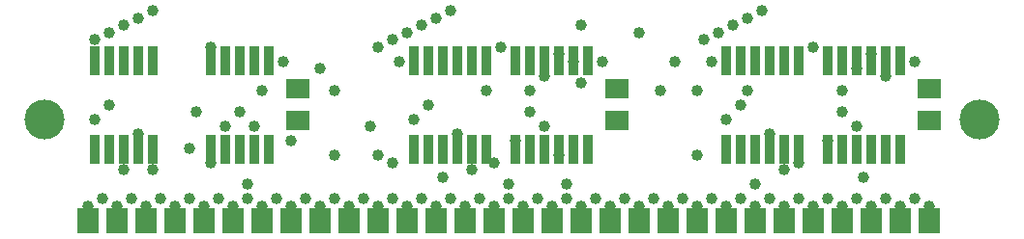
<source format=gbr>
G04 EAGLE Gerber RS-274X export*
G75*
%MOMM*%
%FSLAX34Y34*%
%LPD*%
%INSoldermask Bottom*%
%IPPOS*%
%AMOC8*
5,1,8,0,0,1.08239X$1,22.5*%
G01*
%ADD10R,1.981200X2.235200*%
%ADD11C,3.505200*%
%ADD12R,0.838200X2.616200*%
%ADD13R,2.003200X1.803200*%
%ADD14C,1.009600*%


D10*
X812800Y12700D03*
X787400Y12700D03*
X762000Y12700D03*
X736600Y12700D03*
X711200Y12700D03*
X685800Y12700D03*
X660400Y12700D03*
X635000Y12700D03*
X609600Y12700D03*
X584200Y12700D03*
X558800Y12700D03*
X533400Y12700D03*
X508000Y12700D03*
X482600Y12700D03*
X457200Y12700D03*
X431800Y12700D03*
X406400Y12700D03*
X381000Y12700D03*
X355600Y12700D03*
X330200Y12700D03*
X304800Y12700D03*
X279400Y12700D03*
X254000Y12700D03*
X228600Y12700D03*
X203200Y12700D03*
X177800Y12700D03*
X152400Y12700D03*
X127000Y12700D03*
X101600Y12700D03*
X76200Y12700D03*
D11*
X38100Y101600D03*
X857250Y101600D03*
D12*
X787400Y153162D03*
X774700Y153162D03*
X762000Y153162D03*
X749300Y153162D03*
X736600Y153162D03*
X647700Y153162D03*
X660400Y153162D03*
X673100Y153162D03*
X685800Y153162D03*
X647700Y75438D03*
X660400Y75438D03*
X673100Y75438D03*
X685800Y75438D03*
X736600Y75438D03*
X749300Y75438D03*
X762000Y75438D03*
X774700Y75438D03*
X787400Y75438D03*
X635000Y153162D03*
X635000Y75438D03*
X723900Y153162D03*
X723900Y75438D03*
X698500Y153162D03*
X698500Y75438D03*
X234950Y153162D03*
X222250Y153162D03*
X209550Y153162D03*
X196850Y153162D03*
X184150Y153162D03*
X95250Y153162D03*
X107950Y153162D03*
X120650Y153162D03*
X133350Y153162D03*
X95250Y75438D03*
X107950Y75438D03*
X120650Y75438D03*
X133350Y75438D03*
X184150Y75438D03*
X196850Y75438D03*
X209550Y75438D03*
X222250Y75438D03*
X234950Y75438D03*
X82550Y153162D03*
X82550Y75438D03*
X514350Y153162D03*
X501650Y153162D03*
X488950Y153162D03*
X476250Y153162D03*
X463550Y153162D03*
X374650Y153162D03*
X387350Y153162D03*
X400050Y153162D03*
X412750Y153162D03*
X374650Y75438D03*
X387350Y75438D03*
X400050Y75438D03*
X412750Y75438D03*
X463550Y75438D03*
X476250Y75438D03*
X488950Y75438D03*
X501650Y75438D03*
X514350Y75438D03*
X361950Y153162D03*
X361950Y75438D03*
X450850Y153162D03*
X450850Y75438D03*
X425450Y153162D03*
X425450Y75438D03*
D13*
X260350Y100300D03*
X260350Y128300D03*
X539750Y100300D03*
X539750Y128300D03*
X812800Y100300D03*
X812800Y128300D03*
D14*
X609600Y25400D03*
X279400Y25400D03*
X736600Y127000D03*
X539750Y127000D03*
X260350Y127000D03*
X609600Y127000D03*
X463550Y127000D03*
X812800Y127000D03*
X190500Y31750D03*
X469900Y31750D03*
X571500Y31750D03*
X596900Y31750D03*
X673100Y31750D03*
X774700Y31750D03*
X800100Y31750D03*
X139700Y31750D03*
X165100Y31750D03*
X495300Y31750D03*
X425450Y127000D03*
X527050Y152400D03*
X622300Y152400D03*
X723900Y31750D03*
X647700Y31750D03*
X88900Y31750D03*
X215900Y31750D03*
X241300Y31750D03*
X317500Y31750D03*
X342900Y31750D03*
X368300Y31750D03*
X393700Y31750D03*
X546100Y31750D03*
X654050Y127000D03*
X749300Y31750D03*
X622300Y31750D03*
X444500Y31750D03*
X419100Y31750D03*
X520700Y31750D03*
X266700Y31750D03*
X292100Y31750D03*
X698500Y31750D03*
X114300Y31750D03*
X349250Y152400D03*
X247650Y152400D03*
X165100Y76200D03*
X196850Y95250D03*
X800100Y152400D03*
X292100Y127000D03*
X577850Y127000D03*
X292100Y69850D03*
X609600Y69850D03*
X812800Y25400D03*
X76200Y25400D03*
X82550Y101600D03*
X260350Y101600D03*
X635000Y101600D03*
X539750Y101600D03*
X812800Y101600D03*
X361950Y101600D03*
X787400Y25400D03*
X749300Y146050D03*
X476250Y139700D03*
X762000Y25400D03*
X736600Y25400D03*
X685800Y57150D03*
X412750Y57150D03*
X133350Y57150D03*
X711200Y25400D03*
X673100Y88900D03*
X400050Y88900D03*
X120650Y88900D03*
X685800Y25400D03*
X755650Y50800D03*
X660400Y25400D03*
X660400Y44450D03*
X387350Y50800D03*
X107950Y57150D03*
X635000Y25400D03*
X95250Y114300D03*
X374650Y114300D03*
X647700Y114300D03*
X584200Y25400D03*
X762000Y158750D03*
X590550Y152400D03*
X558800Y25400D03*
X82550Y171450D03*
X342900Y171450D03*
X615950Y171450D03*
X533400Y25400D03*
X95250Y177800D03*
X355600Y177800D03*
X628650Y177800D03*
X558800Y177800D03*
X508000Y25400D03*
X774700Y139700D03*
X508000Y133350D03*
X482600Y25400D03*
X107950Y184150D03*
X368300Y184150D03*
X641350Y184150D03*
X508000Y184150D03*
X457200Y25400D03*
X120650Y190500D03*
X381000Y190500D03*
X654050Y190500D03*
X431800Y25400D03*
X495300Y44450D03*
X406400Y25400D03*
X133350Y196850D03*
X393700Y196850D03*
X666750Y196850D03*
X444500Y44450D03*
X381000Y25400D03*
X184150Y165100D03*
X438150Y165100D03*
X711200Y165100D03*
X330200Y165100D03*
X355600Y25400D03*
X698500Y63500D03*
X431800Y63500D03*
X184150Y63500D03*
X342900Y63500D03*
X330200Y25400D03*
X488950Y69850D03*
X330200Y69850D03*
X304800Y25400D03*
X749300Y95250D03*
X476250Y95250D03*
X222250Y95250D03*
X323850Y95250D03*
X254000Y25400D03*
X488950Y158750D03*
X279400Y146050D03*
X228600Y25400D03*
X254000Y82550D03*
X450850Y82550D03*
X723900Y82550D03*
X203200Y25400D03*
X501650Y152400D03*
X228600Y127000D03*
X177800Y25400D03*
X209550Y107950D03*
X736600Y107950D03*
X152400Y25400D03*
X171450Y107950D03*
X463550Y107950D03*
X127000Y25400D03*
X101600Y25400D03*
X215900Y44450D03*
M02*

</source>
